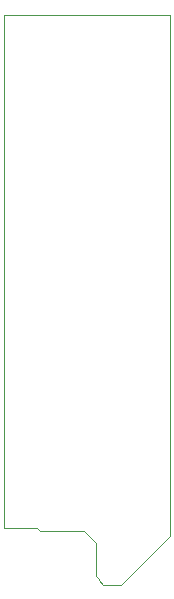
<source format=gbr>
%TF.GenerationSoftware,Altium Limited,Altium Designer,21.2.2 (38)*%
G04 Layer_Color=0*
%FSLAX45Y45*%
%MOMM*%
%TF.SameCoordinates,97337FA2-2587-4777-A85E-210607466B5F*%
%TF.FilePolarity,Positive*%
%TF.FileFunction,Profile,NP*%
%TF.Part,Single*%
G01*
G75*
%TA.AperFunction,Profile*%
%ADD17C,0.02540*%
D17*
X550000Y625000D02*
X925000D01*
X1025000Y525000D01*
Y250000D01*
X1050000Y225000D01*
Y210355D01*
X1085355Y175000D01*
X1239644D01*
X1650000Y585356D01*
Y5000000D01*
X250000D01*
Y650000D01*
X525000D01*
X550000Y625000D01*
%TF.MD5,e9476c26c856291b9df30b4502fdf9c1*%
M02*

</source>
